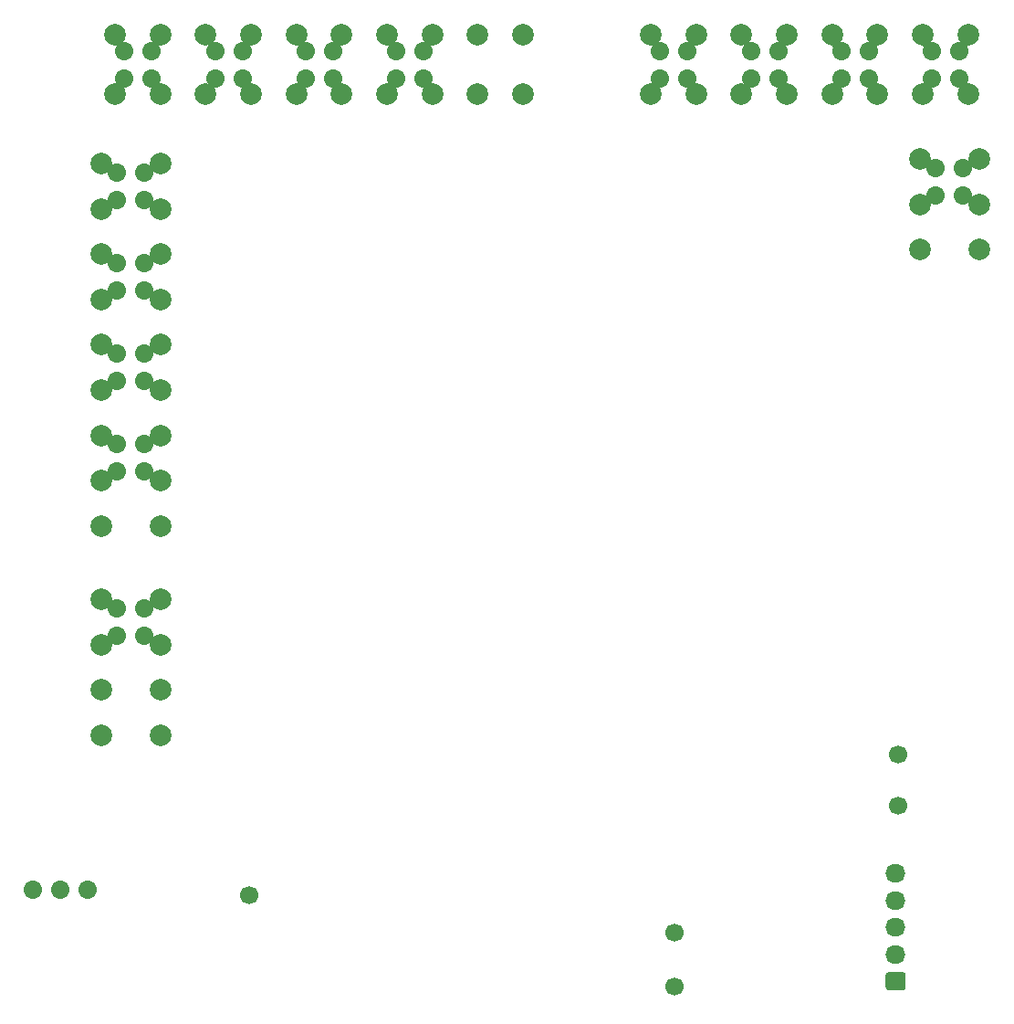
<source format=gtl>
G04 #@! TF.GenerationSoftware,KiCad,Pcbnew,7.0.10*
G04 #@! TF.CreationDate,2024-02-27T20:16:52+03:00*
G04 #@! TF.ProjectId,hellen1-uaefi,68656c6c-656e-4312-9d75-616566692e6b,rev?*
G04 #@! TF.SameCoordinates,PX55d4a80PY8f0d180*
G04 #@! TF.FileFunction,Copper,L1,Top*
G04 #@! TF.FilePolarity,Positive*
%FSLAX46Y46*%
G04 Gerber Fmt 4.6, Leading zero omitted, Abs format (unit mm)*
G04 Created by KiCad (PCBNEW 7.0.10) date 2024-02-27 20:16:52*
%MOMM*%
%LPD*%
G01*
G04 APERTURE LIST*
G04 #@! TA.AperFunction,ComponentPad*
%ADD10C,1.700000*%
G04 #@! TD*
G04 #@! TA.AperFunction,ComponentPad*
%ADD11O,1.850000X1.700000*%
G04 #@! TD*
G04 #@! TA.AperFunction,ComponentPad*
%ADD12C,2.000000*%
G04 #@! TD*
G04 #@! TA.AperFunction,ComponentPad*
%ADD13O,1.700000X1.700000*%
G04 #@! TD*
G04 #@! TA.AperFunction,Conductor*
%ADD14C,0.500000*%
G04 #@! TD*
G04 #@! TA.AperFunction,Conductor*
%ADD15C,0.200000*%
G04 #@! TD*
G04 APERTURE END LIST*
D10*
G04 #@! TO.P,M801,P18,DC2_PWM*
G04 #@! TO.N,Net-(M801-DC2_PWM)*
X23025126Y11000000D03*
G04 #@! TO.P,M801,P17,DC1_PWM*
G04 #@! TO.N,Net-(J802-Pin_1)*
X3025126Y11500000D03*
G04 #@! TO.P,M801,P16,DC2_DIR*
G04 #@! TO.N,Net-(J802-Pin_3)*
X8105126Y11500000D03*
G04 #@! TO.P,M801,P15,DC1_DIR*
G04 #@! TO.N,Net-(J802-Pin_2)*
X5565126Y11500000D03*
G04 #@! TO.P,M801,P8,Tx*
G04 #@! TO.N,Net-(M801-Tx)*
X83225126Y19300000D03*
G04 #@! TO.P,M801,P7,Rx*
G04 #@! TO.N,Net-(M801-Rx)*
X83225126Y24000000D03*
G04 #@! TO.P,M801,P4,LED_GREEN*
G04 #@! TO.N,Net-(M801-LED_GREEN)*
X62525126Y7500000D03*
G04 #@! TO.P,M801,P3,LED_YELLOW*
G04 #@! TO.N,Net-(M801-LED_YELLOW)*
X62525126Y2500000D03*
D11*
G04 #@! TO.P,M801,J5,GND*
G04 #@! TO.N,Net-(J801-Pin_5)*
X83025126Y13000000D03*
G04 #@! TO.P,M801,J4,GND*
G04 #@! TO.N,Net-(J801-Pin_4)*
X83025126Y10500000D03*
G04 #@! TO.P,M801,J3,USB+*
G04 #@! TO.N,Net-(J801-Pin_3)*
X83025126Y8000000D03*
G04 #@! TO.P,M801,J2,USB-*
G04 #@! TO.N,Net-(J801-Pin_2)*
X83025126Y5500000D03*
G04 #@! TO.P,M801,J1,VBUS*
G04 #@! TO.N,Net-(J801-Pin_1)*
G04 #@! TA.AperFunction,ComponentPad*
G36*
G01*
X83700126Y2150000D02*
X82350126Y2150000D01*
G75*
G02*
X82100126Y2400000I0J250000D01*
G01*
X82100126Y3600000D01*
G75*
G02*
X82350126Y3850000I250000J0D01*
G01*
X83700126Y3850000D01*
G75*
G02*
X83950126Y3600000I0J-250000D01*
G01*
X83950126Y2400000D01*
G75*
G02*
X83700126Y2150000I-250000J0D01*
G01*
G37*
G04 #@! TD.AperFunction*
D12*
G04 #@! TO.P,M801,E6,WBO_Vm*
G04 #@! TO.N,/WBO_Vm*
X85250126Y70800000D03*
D10*
G04 #@! TO.P,M801,E5,WBO_Ip*
G04 #@! TO.N,/WBO_Ip*
X86750126Y75850000D03*
D12*
X85250126Y75000000D03*
D10*
G04 #@! TO.P,M801,E4,WBO_Un*
G04 #@! TO.N,/WBO_Un*
X86750126Y78390000D03*
D12*
X85250126Y79200000D03*
G04 #@! TO.P,M801,E3,WBO_Heater*
G04 #@! TO.N,/WBO_Heater*
X90750126Y70800000D03*
G04 #@! TO.P,M801,E2,WBO_Rtrim*
G04 #@! TO.N,/WBO_Rtrim*
X90750126Y75000000D03*
D10*
X89290126Y75850000D03*
D12*
G04 #@! TO.P,M801,E1,+12V_RAW*
G04 #@! TO.N,/WBO_12V*
X90750126Y79200000D03*
D10*
X89290126Y78390000D03*
D12*
G04 #@! TO.P,M801,D16,IN_CLT*
G04 #@! TO.N,/IN_CLT*
X89725126Y85225000D03*
D10*
X88915126Y86685000D03*
G04 #@! TO.P,M801,D15,IN_IAT*
G04 #@! TO.N,/IN_IAT*
X86375126Y86685000D03*
D12*
X85525126Y85225000D03*
G04 #@! TO.P,M801,D14,IN_KNOCK_RAW*
G04 #@! TO.N,/IN_KNOCK_RAW*
X81325126Y85225000D03*
D10*
X80515126Y86685000D03*
G04 #@! TO.P,M801,D13,IN_TPS1*
G04 #@! TO.N,/IN_TPS1*
X77975126Y86685000D03*
D12*
X77125126Y85225000D03*
G04 #@! TO.P,M801,D12,GNDA*
G04 #@! TO.N,/GNDA_D12*
X72925126Y85225000D03*
D10*
X72115126Y86685000D03*
G04 #@! TO.P,M801,D11,GNDA*
G04 #@! TO.N,/GNDA_D11*
X69575126Y86685000D03*
D12*
X68725126Y85225000D03*
G04 #@! TO.P,M801,D10,IN_BUTTON2*
G04 #@! TO.N,/IN_BUTTON2*
X64525126Y85225000D03*
D10*
X63715126Y86685000D03*
G04 #@! TO.P,M801,D9,IN_MAP*
G04 #@! TO.N,/IN_MAP*
X61175126Y86685000D03*
D12*
X60325126Y85225000D03*
G04 #@! TO.P,M801,D8,CAN-*
G04 #@! TO.N,/CAN-*
X89725126Y90725000D03*
D10*
X88915126Y89225000D03*
G04 #@! TO.P,M801,D7,CAN+*
G04 #@! TO.N,/CAN+*
X86375126Y89225000D03*
D12*
X85525126Y90725000D03*
G04 #@! TO.P,M801,D6,IN_PPS1*
G04 #@! TO.N,/IN_PPS1*
X81325126Y90725000D03*
D10*
X80515126Y89225000D03*
G04 #@! TO.P,M801,D5,IN_FLEX*
G04 #@! TO.N,/IN_FLEX*
X77975126Y89225000D03*
D12*
X77125126Y90725000D03*
G04 #@! TO.P,M801,D4,+5VP*
G04 #@! TO.N,/5VP_D4*
X72925126Y90725000D03*
D10*
X72115126Y89225000D03*
G04 #@! TO.P,M801,D3,+5VP*
G04 #@! TO.N,/5VP_D3*
X69575126Y89225000D03*
D12*
X68725126Y90725000D03*
G04 #@! TO.P,M801,D2,IN_BUTTON1*
G04 #@! TO.N,/IN_BUTTON1*
X64525126Y90725000D03*
D10*
X63715126Y89225000D03*
G04 #@! TO.P,M801,D1,IN_AUX1*
G04 #@! TO.N,/IN_AUX1*
X61175126Y89225000D03*
D12*
X60325126Y90725000D03*
G04 #@! TO.P,M801,C20,EGT-*
G04 #@! TO.N,/EGT-*
X48425126Y85225000D03*
G04 #@! TO.P,M801,C19,VR_DISCRETE-*
G04 #@! TO.N,/VR1-*
X44225126Y85225000D03*
G04 #@! TO.P,M801,C18,VR_DISCRETE+*
G04 #@! TO.N,/VR1+*
X40025126Y85225000D03*
D10*
X39215126Y86685000D03*
G04 #@! TO.P,M801,C17,VR_MAX9924-*
G04 #@! TO.N,/VR2-*
X36675126Y86685000D03*
D12*
X35825126Y85225000D03*
G04 #@! TO.P,M801,C16,VR_MAX9924+*
G04 #@! TO.N,/VR2+*
X31625126Y85225000D03*
D10*
X30815126Y86685000D03*
G04 #@! TO.P,M801,C15,IN_AUX3*
G04 #@! TO.N,/IN_AUX3*
X28275126Y86685000D03*
D12*
X27425126Y85225000D03*
G04 #@! TO.P,M801,C14,IN_TPS2*
G04 #@! TO.N,/IN_TPS2*
X23225126Y85225000D03*
D10*
X22415126Y86685000D03*
G04 #@! TO.P,M801,C13,GNDA*
G04 #@! TO.N,/GNDA_C13*
X19875126Y86685000D03*
D12*
X19025126Y85225000D03*
G04 #@! TO.P,M801,C12,GNDA*
G04 #@! TO.N,/GNDA_C12*
X14825126Y85225000D03*
D10*
X14015126Y86685000D03*
G04 #@! TO.P,M801,C11,GNDA*
G04 #@! TO.N,/GNDA_C11*
X11475126Y86685000D03*
D12*
X10625126Y85225000D03*
G04 #@! TO.P,M801,C10,EGT+*
G04 #@! TO.N,/EGT+*
X48425126Y90725000D03*
G04 #@! TO.P,M801,C9,IN_BUTTON3*
G04 #@! TO.N,/IN_BUTTON3*
X44225126Y90725000D03*
G04 #@! TO.P,M801,C8,GND*
G04 #@! TO.N,/GND_C8*
X40025126Y90725000D03*
D10*
X39215126Y89225000D03*
G04 #@! TO.P,M801,C7,IN_HALL3*
G04 #@! TO.N,/IN_HALL3*
X36675126Y89225000D03*
D12*
X35825126Y90725000D03*
G04 #@! TO.P,M801,C6,IN_HALL2*
G04 #@! TO.N,/IN_HALL2*
X31625126Y90725000D03*
D10*
X30815126Y89225000D03*
G04 #@! TO.P,M801,C5,IN_HALL1*
G04 #@! TO.N,/IN_HALL1*
X28275126Y89225000D03*
D12*
X27425126Y90725000D03*
G04 #@! TO.P,M801,C4,IN_PPS2*
G04 #@! TO.N,/IN_PPS2*
X23225126Y90725000D03*
D10*
X22415126Y89225000D03*
G04 #@! TO.P,M801,C3,IN_AUX2*
G04 #@! TO.N,/IN_AUX2*
X19875126Y89225000D03*
D12*
X19025126Y90725000D03*
G04 #@! TO.P,M801,C2,+5VP*
G04 #@! TO.N,/5VP_C2*
X14825126Y90725000D03*
D10*
X14015126Y89225000D03*
G04 #@! TO.P,M801,C1,+5VP*
G04 #@! TO.N,/5VP_C1*
X11475126Y89225000D03*
D12*
X10625126Y90725000D03*
G04 #@! TO.P,M801,B18,OUT_LS2*
G04 #@! TO.N,/OUT_LS2*
X14800126Y78800000D03*
D10*
X13340126Y77990000D03*
D12*
G04 #@! TO.P,M801,B17,OUT_LS3*
G04 #@! TO.N,/OUT_LS3*
X14800126Y74600000D03*
D10*
X13340126Y75450000D03*
D12*
G04 #@! TO.P,M801,B16,OUT_LS4*
G04 #@! TO.N,/OUT_LS4*
X14800126Y70400000D03*
D10*
X13340126Y69590000D03*
D12*
G04 #@! TO.P,M801,B15,OUT_IGN1*
G04 #@! TO.N,/OUT_IGN1*
X14800126Y66200000D03*
D10*
X13340126Y67050000D03*
D12*
G04 #@! TO.P,M801,B14,OUT_IGN2*
G04 #@! TO.N,/OUT_IGN2*
X14800126Y62000000D03*
D10*
X13340126Y61190000D03*
D12*
G04 #@! TO.P,M801,B13,OUT_IGN5*
G04 #@! TO.N,/OUT_IGN5*
X14800126Y57800000D03*
D10*
X13340126Y58650000D03*
D12*
G04 #@! TO.P,M801,B12,OUT_IGN3*
G04 #@! TO.N,/OUT_IGN3*
X14800126Y53600000D03*
D10*
X13340126Y52790000D03*
D12*
G04 #@! TO.P,M801,B11,OUT_IGN4*
G04 #@! TO.N,/OUT_IGN4*
X14800126Y49400000D03*
D10*
X13340126Y50250000D03*
D12*
G04 #@! TO.P,M801,B10,OUT_IGN6*
G04 #@! TO.N,/OUT_IGN6*
X14800126Y45200000D03*
D10*
G04 #@! TO.P,M801,B9,OUT_LS_WEAK1*
G04 #@! TO.N,/OUT_LS_HOT1*
X10800126Y77990000D03*
D12*
X9300126Y78800000D03*
D10*
G04 #@! TO.P,M801,B8,OUT_LS_WEAK2*
G04 #@! TO.N,/OUT_LS_HOT2*
X10800126Y75450000D03*
D12*
X9300126Y74600000D03*
D10*
G04 #@! TO.P,M801,B7,OUT_LS1*
G04 #@! TO.N,/OUT_LS1*
X10800126Y69590000D03*
D12*
X9300126Y70400000D03*
D10*
G04 #@! TO.P,M801,B6,OUT_INJ1*
G04 #@! TO.N,/OUT_INJ1*
X10800126Y67050000D03*
D12*
X9300126Y66200000D03*
D10*
G04 #@! TO.P,M801,B5,OUT_INJ2*
G04 #@! TO.N,/OUT_INJ2*
X10800126Y61190000D03*
D12*
X9300126Y62000000D03*
D10*
G04 #@! TO.P,M801,B4,OUT_INJ3*
G04 #@! TO.N,/OUT_INJ3*
X10800126Y58650000D03*
D12*
X9300126Y57800000D03*
D10*
G04 #@! TO.P,M801,B3,OUT_INJ4*
G04 #@! TO.N,/OUT_INJ4*
X10800126Y52790000D03*
D12*
X9300126Y53600000D03*
D10*
G04 #@! TO.P,M801,B2,OUT_INJ5*
G04 #@! TO.N,/OUT_INJ5*
X10800126Y50250000D03*
D12*
X9300126Y49400000D03*
G04 #@! TO.P,M801,B1,OUT_INJ6*
G04 #@! TO.N,/OUT_INJ6*
X9300126Y45200000D03*
G04 #@! TO.P,M801,A8,IN_V_MAIN*
G04 #@! TO.N,/12V*
X14800126Y38400000D03*
D10*
X13340126Y37590000D03*
D12*
G04 #@! TO.P,M801,A7,IN_VIGN*
G04 #@! TO.N,/12V_KEY*
X14800126Y34200000D03*
D10*
X13340126Y35050000D03*
D12*
G04 #@! TO.P,M801,A6,OUT_DC2+*
G04 #@! TO.N,/OUT_DC2+*
X14800126Y30000000D03*
G04 #@! TO.P,M801,A5,OUT_DC1+*
G04 #@! TO.N,/OUT_DC1+*
X14800126Y25800000D03*
D10*
G04 #@! TO.P,M801,A4,GND*
G04 #@! TO.N,/GND_A4*
X10800126Y37590000D03*
D12*
X9300126Y38400000D03*
D10*
G04 #@! TO.P,M801,A3,GND*
G04 #@! TO.N,/GND_A3*
X10800126Y35050000D03*
D12*
X9300126Y34200000D03*
G04 #@! TO.P,M801,A2,OUT_DC2-*
G04 #@! TO.N,/OUT_DC2-*
X9300126Y30000000D03*
G04 #@! TO.P,M801,A1,OUT_DC1-*
G04 #@! TO.N,/OUT_DC1-*
X9300126Y25800000D03*
G04 #@! TD*
G04 #@! TO.P,P809,1,Pin_1*
G04 #@! TO.N,/GND_A4*
X9300126Y38400000D03*
G04 #@! TD*
D13*
G04 #@! TO.P,J805,1,Pin_1*
G04 #@! TO.N,/5VP_D3*
X69575126Y89225000D03*
G04 #@! TO.P,J805,2,Pin_2*
G04 #@! TO.N,/5VP_D4*
X72115126Y89225000D03*
G04 #@! TO.P,J805,3,Pin_3*
G04 #@! TO.N,/GNDA_D11*
X69575126Y86685000D03*
G04 #@! TO.P,J805,4,Pin_4*
G04 #@! TO.N,/GNDA_D12*
X72115126Y86685000D03*
G04 #@! TD*
D12*
G04 #@! TO.P,P825,1,Pin_1*
G04 #@! TO.N,/OUT_IGN3*
X14800126Y53600000D03*
G04 #@! TD*
G04 #@! TO.P,P859,1,Pin_1*
G04 #@! TO.N,/CAN-*
X89725126Y90725000D03*
G04 #@! TD*
G04 #@! TO.P,P824,1,Pin_1*
G04 #@! TO.N,/OUT_IGN4*
X14800126Y49400000D03*
G04 #@! TD*
G04 #@! TO.P,P834,1,Pin_1*
G04 #@! TO.N,/IN_AUX2*
X19025126Y90725000D03*
G04 #@! TD*
G04 #@! TO.P,P819,1,Pin_1*
G04 #@! TO.N,/OUT_INJ1*
X9300126Y66200000D03*
G04 #@! TD*
G04 #@! TO.P,P852,1,Pin_1*
G04 #@! TO.N,/IN_AUX1*
X60325126Y90725000D03*
G04 #@! TD*
G04 #@! TO.P,P867,1,Pin_1*
G04 #@! TO.N,/IN_CLT*
X89725126Y85225000D03*
G04 #@! TD*
G04 #@! TO.P,P818,1,Pin_1*
G04 #@! TO.N,/OUT_INJ2*
X9300126Y62000000D03*
G04 #@! TD*
G04 #@! TO.P,P817,1,Pin_1*
G04 #@! TO.N,/OUT_INJ3*
X9300126Y57800000D03*
G04 #@! TD*
G04 #@! TO.P,P841,1,Pin_1*
G04 #@! TO.N,/EGT+*
X48425126Y90725000D03*
G04 #@! TD*
G04 #@! TO.P,P872,1,Pin_1*
G04 #@! TO.N,/WBO_Ip*
X85250126Y75000000D03*
G04 #@! TD*
G04 #@! TO.P,P857,1,Pin_1*
G04 #@! TO.N,/IN_PPS1*
X81325126Y90725000D03*
G04 #@! TD*
G04 #@! TO.P,P840,1,Pin_1*
G04 #@! TO.N,/IN_BUTTON3*
X44225126Y90725000D03*
G04 #@! TD*
G04 #@! TO.P,P837,1,Pin_1*
G04 #@! TO.N,/IN_HALL2*
X31625126Y90725000D03*
G04 #@! TD*
G04 #@! TO.P,P822,1,Pin_1*
G04 #@! TO.N,/OUT_LS_HOT1*
X9300126Y78800000D03*
G04 #@! TD*
G04 #@! TO.P,P870,1,Pin_1*
G04 #@! TO.N,/WBO_Heater*
X90750126Y70800000D03*
G04 #@! TD*
D10*
G04 #@! TO.P,P802,1,Pin_1*
G04 #@! TO.N,Net-(M801-Tx)*
X83225126Y19300000D03*
G04 #@! TD*
D13*
G04 #@! TO.P,J815,1,Pin_1*
G04 #@! TO.N,/IN_HALL3*
X36675126Y89225000D03*
G04 #@! TO.P,J815,2,Pin_2*
G04 #@! TO.N,/GND_C8*
X39215126Y89225000D03*
G04 #@! TO.P,J815,3,Pin_3*
G04 #@! TO.N,/VR2-*
X36675126Y86685000D03*
G04 #@! TO.P,J815,4,Pin_4*
G04 #@! TO.N,/VR1+*
X39215126Y86685000D03*
G04 #@! TD*
D12*
G04 #@! TO.P,P865,1,Pin_1*
G04 #@! TO.N,/IN_KNOCK_RAW*
X81325126Y85225000D03*
G04 #@! TD*
G04 #@! TO.P,P835,1,Pin_1*
G04 #@! TO.N,/IN_PPS2*
X23225126Y90725000D03*
G04 #@! TD*
D10*
G04 #@! TO.P,P801,1,Pin_1*
G04 #@! TO.N,Net-(M801-Rx)*
X83225126Y24000000D03*
G04 #@! TD*
D12*
G04 #@! TO.P,P816,1,Pin_1*
G04 #@! TO.N,/OUT_INJ4*
X9300126Y53600000D03*
G04 #@! TD*
G04 #@! TO.P,P838,1,Pin_1*
G04 #@! TO.N,/IN_HALL3*
X35825126Y90725000D03*
G04 #@! TD*
G04 #@! TO.P,P848,1,Pin_1*
G04 #@! TO.N,/VR2-*
X35825126Y85225000D03*
G04 #@! TD*
G04 #@! TO.P,P866,1,Pin_1*
G04 #@! TO.N,/IN_IAT*
X85525126Y85225000D03*
G04 #@! TD*
G04 #@! TO.P,P813,1,Pin_1*
G04 #@! TO.N,/12V*
X14800126Y38400000D03*
G04 #@! TD*
D13*
G04 #@! TO.P,J806,1,Pin_1*
G04 #@! TO.N,/OUT_LS_HOT1*
X10800126Y77990000D03*
G04 #@! TO.P,J806,2,Pin_2*
G04 #@! TO.N,/OUT_LS2*
X13340126Y77990000D03*
G04 #@! TO.P,J806,3,Pin_3*
G04 #@! TO.N,/OUT_LS_HOT2*
X10800126Y75450000D03*
G04 #@! TO.P,J806,4,Pin_4*
G04 #@! TO.N,/OUT_LS3*
X13340126Y75450000D03*
G04 #@! TD*
D12*
G04 #@! TO.P,P830,1,Pin_1*
G04 #@! TO.N,/OUT_LS3*
X14800126Y74600000D03*
G04 #@! TD*
G04 #@! TO.P,P853,1,Pin_1*
G04 #@! TO.N,/IN_BUTTON1*
X64525126Y90725000D03*
G04 #@! TD*
G04 #@! TO.P,P854,1,Pin_1*
G04 #@! TO.N,/5VP_D3*
X68725126Y90725000D03*
G04 #@! TD*
D13*
G04 #@! TO.P,J816,1,Pin_1*
G04 #@! TO.N,/OUT_INJ4*
X10800126Y52790000D03*
G04 #@! TO.P,J816,2,Pin_2*
G04 #@! TO.N,/OUT_IGN3*
X13340126Y52790000D03*
G04 #@! TO.P,J816,3,Pin_3*
G04 #@! TO.N,/OUT_INJ5*
X10800126Y50250000D03*
G04 #@! TO.P,J816,4,Pin_4*
G04 #@! TO.N,/OUT_IGN4*
X13340126Y50250000D03*
G04 #@! TD*
G04 #@! TO.P,J801,1,Pin_1*
G04 #@! TO.N,Net-(J801-Pin_1)*
G04 #@! TA.AperFunction,ComponentPad*
G36*
G01*
X83700126Y2150000D02*
X82350126Y2150000D01*
G75*
G02*
X82100126Y2400000I0J250000D01*
G01*
X82100126Y3600000D01*
G75*
G02*
X82350126Y3850000I250000J0D01*
G01*
X83700126Y3850000D01*
G75*
G02*
X83950126Y3600000I0J-250000D01*
G01*
X83950126Y2400000D01*
G75*
G02*
X83700126Y2150000I-250000J0D01*
G01*
G37*
G04 #@! TD.AperFunction*
D11*
G04 #@! TO.P,J801,2,Pin_2*
G04 #@! TO.N,Net-(J801-Pin_2)*
X83025126Y5500000D03*
G04 #@! TO.P,J801,3,Pin_3*
G04 #@! TO.N,Net-(J801-Pin_3)*
X83025126Y8000000D03*
G04 #@! TO.P,J801,4,Pin_4*
G04 #@! TO.N,Net-(J801-Pin_4)*
X83025126Y10500000D03*
G04 #@! TO.P,J801,5,Pin_5*
G04 #@! TO.N,Net-(J801-Pin_5)*
X83025126Y13000000D03*
G04 #@! TD*
D13*
G04 #@! TO.P,J809,1,Pin_1*
G04 #@! TO.N,/OUT_LS1*
X10800126Y69590000D03*
G04 #@! TO.P,J809,2,Pin_2*
G04 #@! TO.N,/OUT_LS4*
X13340126Y69590000D03*
G04 #@! TO.P,J809,3,Pin_3*
G04 #@! TO.N,/OUT_INJ1*
X10800126Y67050000D03*
G04 #@! TO.P,J809,4,Pin_4*
G04 #@! TO.N,/OUT_IGN1*
X13340126Y67050000D03*
G04 #@! TD*
D12*
G04 #@! TO.P,P861,1,Pin_1*
G04 #@! TO.N,/IN_BUTTON2*
X64525126Y85225000D03*
G04 #@! TD*
G04 #@! TO.P,P864,1,Pin_1*
G04 #@! TO.N,/IN_TPS1*
X77125126Y85225000D03*
G04 #@! TD*
G04 #@! TO.P,P855,1,Pin_1*
G04 #@! TO.N,/5VP_D4*
X72925126Y90725000D03*
G04 #@! TD*
G04 #@! TO.P,P811,1,Pin_1*
G04 #@! TO.N,/OUT_DC2+*
X14800126Y30000000D03*
G04 #@! TD*
G04 #@! TO.P,P849,1,Pin_1*
G04 #@! TO.N,/VR1+*
X40025126Y85225000D03*
G04 #@! TD*
G04 #@! TO.P,P828,1,Pin_1*
G04 #@! TO.N,/OUT_IGN1*
X14800126Y66200000D03*
G04 #@! TD*
G04 #@! TO.P,P860,1,Pin_1*
G04 #@! TO.N,/IN_MAP*
X60325126Y85225000D03*
G04 #@! TD*
D13*
G04 #@! TO.P,J814,1,Pin_1*
G04 #@! TO.N,/CAN+*
X86375126Y89225000D03*
G04 #@! TO.P,J814,2,Pin_2*
G04 #@! TO.N,/CAN-*
X88915126Y89225000D03*
G04 #@! TO.P,J814,3,Pin_3*
G04 #@! TO.N,/IN_IAT*
X86375126Y86685000D03*
G04 #@! TO.P,J814,4,Pin_4*
G04 #@! TO.N,/IN_CLT*
X88915126Y86685000D03*
G04 #@! TD*
D12*
G04 #@! TO.P,P807,1,Pin_1*
G04 #@! TO.N,/OUT_DC2-*
X9300126Y30000000D03*
G04 #@! TD*
G04 #@! TO.P,P832,1,Pin_1*
G04 #@! TO.N,/5VP_C1*
X10625126Y90725000D03*
G04 #@! TD*
D13*
G04 #@! TO.P,J812,1,Pin_1*
G04 #@! TO.N,/WBO_Un*
X86750126Y78390000D03*
G04 #@! TO.P,J812,2,Pin_2*
G04 #@! TO.N,/WBO_12V*
X89290126Y78390000D03*
G04 #@! TO.P,J812,3,Pin_3*
G04 #@! TO.N,/WBO_Ip*
X86750126Y75850000D03*
G04 #@! TO.P,J812,4,Pin_4*
G04 #@! TO.N,/WBO_Rtrim*
X89290126Y75850000D03*
G04 #@! TD*
D12*
G04 #@! TO.P,P871,1,Pin_1*
G04 #@! TO.N,/WBO_Un*
X85250126Y79200000D03*
G04 #@! TD*
G04 #@! TO.P,P863,1,Pin_1*
G04 #@! TO.N,/GNDA_D12*
X72925126Y85225000D03*
G04 #@! TD*
G04 #@! TO.P,P820,1,Pin_1*
G04 #@! TO.N,/OUT_LS1*
X9300126Y70400000D03*
G04 #@! TD*
G04 #@! TO.P,P844,1,Pin_1*
G04 #@! TO.N,/GNDA_C13*
X19025126Y85225000D03*
G04 #@! TD*
D13*
G04 #@! TO.P,J804,1,Pin_1*
G04 #@! TO.N,/IN_AUX1*
X61175126Y89225000D03*
G04 #@! TO.P,J804,2,Pin_2*
G04 #@! TO.N,/IN_BUTTON1*
X63715126Y89225000D03*
G04 #@! TO.P,J804,3,Pin_3*
G04 #@! TO.N,/IN_MAP*
X61175126Y86685000D03*
G04 #@! TO.P,J804,4,Pin_4*
G04 #@! TO.N,/IN_BUTTON2*
X63715126Y86685000D03*
G04 #@! TD*
D10*
G04 #@! TO.P,P804,1,Pin_1*
G04 #@! TO.N,Net-(M801-LED_GREEN)*
X62525126Y7500000D03*
G04 #@! TD*
D13*
G04 #@! TO.P,J803,1,Pin_1*
G04 #@! TO.N,/GND_A4*
X10800126Y37590000D03*
G04 #@! TO.P,J803,2,Pin_2*
G04 #@! TO.N,/12V*
X13340126Y37590000D03*
G04 #@! TO.P,J803,3,Pin_3*
G04 #@! TO.N,/GND_A3*
X10800126Y35050000D03*
G04 #@! TO.P,J803,4,Pin_4*
G04 #@! TO.N,/12V_KEY*
X13340126Y35050000D03*
G04 #@! TD*
D12*
G04 #@! TO.P,P847,1,Pin_1*
G04 #@! TO.N,/VR2+*
X31625126Y85225000D03*
G04 #@! TD*
G04 #@! TO.P,P808,1,Pin_1*
G04 #@! TO.N,/GND_A3*
X9300126Y34200000D03*
G04 #@! TD*
D13*
G04 #@! TO.P,J802,1,Pin_1*
G04 #@! TO.N,Net-(J802-Pin_1)*
X3025126Y11500000D03*
G04 #@! TO.P,J802,2,Pin_2*
G04 #@! TO.N,Net-(J802-Pin_2)*
X5565126Y11500000D03*
G04 #@! TO.P,J802,3,Pin_3*
G04 #@! TO.N,Net-(J802-Pin_3)*
X8105126Y11500000D03*
G04 #@! TD*
G04 #@! TO.P,J807,1,Pin_1*
G04 #@! TO.N,/5VP_C1*
X11475126Y89225000D03*
G04 #@! TO.P,J807,2,Pin_2*
G04 #@! TO.N,/5VP_C2*
X14015126Y89225000D03*
G04 #@! TO.P,J807,3,Pin_3*
G04 #@! TO.N,/GNDA_C11*
X11475126Y86685000D03*
G04 #@! TO.P,J807,4,Pin_4*
G04 #@! TO.N,/GNDA_C12*
X14015126Y86685000D03*
G04 #@! TD*
D12*
G04 #@! TO.P,P831,1,Pin_1*
G04 #@! TO.N,/OUT_LS2*
X14800126Y78800000D03*
G04 #@! TD*
G04 #@! TO.P,P814,1,Pin_1*
G04 #@! TO.N,/OUT_INJ6*
X9300126Y45200000D03*
G04 #@! TD*
G04 #@! TO.P,P858,1,Pin_1*
G04 #@! TO.N,/CAN+*
X85525126Y90725000D03*
G04 #@! TD*
G04 #@! TO.P,P869,1,Pin_1*
G04 #@! TO.N,/WBO_Rtrim*
X90750126Y75000000D03*
G04 #@! TD*
D10*
G04 #@! TO.P,P805,1,Pin_1*
G04 #@! TO.N,Net-(M801-DC2_PWM)*
X23025126Y11000000D03*
G04 #@! TD*
D12*
G04 #@! TO.P,P846,1,Pin_1*
G04 #@! TO.N,/IN_AUX3*
X27425126Y85225000D03*
G04 #@! TD*
G04 #@! TO.P,P868,1,Pin_1*
G04 #@! TO.N,/WBO_12V*
X90750126Y79200000D03*
G04 #@! TD*
G04 #@! TO.P,P812,1,Pin_1*
G04 #@! TO.N,/12V_KEY*
X14800126Y34200000D03*
G04 #@! TD*
G04 #@! TO.P,P839,1,Pin_1*
G04 #@! TO.N,/GND_C8*
X40025126Y90725000D03*
G04 #@! TD*
G04 #@! TO.P,P850,1,Pin_1*
G04 #@! TO.N,/VR1-*
X44225126Y85225000D03*
G04 #@! TD*
D13*
G04 #@! TO.P,J811,1,Pin_1*
G04 #@! TO.N,/IN_HALL1*
X28275126Y89225000D03*
G04 #@! TO.P,J811,2,Pin_2*
G04 #@! TO.N,/IN_HALL2*
X30815126Y89225000D03*
G04 #@! TO.P,J811,3,Pin_3*
G04 #@! TO.N,/IN_AUX3*
X28275126Y86685000D03*
G04 #@! TO.P,J811,4,Pin_4*
G04 #@! TO.N,/VR2+*
X30815126Y86685000D03*
G04 #@! TD*
G04 #@! TO.P,J810,1,Pin_1*
G04 #@! TO.N,/IN_FLEX*
X77975126Y89225000D03*
G04 #@! TO.P,J810,2,Pin_2*
G04 #@! TO.N,/IN_PPS1*
X80515126Y89225000D03*
G04 #@! TO.P,J810,3,Pin_3*
G04 #@! TO.N,/IN_TPS1*
X77975126Y86685000D03*
G04 #@! TO.P,J810,4,Pin_4*
G04 #@! TO.N,/IN_KNOCK_RAW*
X80515126Y86685000D03*
G04 #@! TD*
G04 #@! TO.P,J808,1,Pin_1*
G04 #@! TO.N,/IN_AUX2*
X19875126Y89225000D03*
G04 #@! TO.P,J808,2,Pin_2*
G04 #@! TO.N,/IN_PPS2*
X22415126Y89225000D03*
G04 #@! TO.P,J808,3,Pin_3*
G04 #@! TO.N,/GNDA_C13*
X19875126Y86685000D03*
G04 #@! TO.P,J808,4,Pin_4*
G04 #@! TO.N,/IN_TPS2*
X22415126Y86685000D03*
G04 #@! TD*
D12*
G04 #@! TO.P,P827,1,Pin_1*
G04 #@! TO.N,/OUT_IGN2*
X14800126Y62000000D03*
G04 #@! TD*
G04 #@! TO.P,P833,1,Pin_1*
G04 #@! TO.N,/5VP_C2*
X14825126Y90725000D03*
G04 #@! TD*
G04 #@! TO.P,P821,1,Pin_1*
G04 #@! TO.N,/OUT_LS_HOT2*
X9300126Y74600000D03*
G04 #@! TD*
G04 #@! TO.P,P806,1,Pin_1*
G04 #@! TO.N,/OUT_DC1-*
X9300126Y25800000D03*
G04 #@! TD*
D13*
G04 #@! TO.P,J813,1,Pin_1*
G04 #@! TO.N,/OUT_INJ2*
X10800126Y61190000D03*
G04 #@! TO.P,J813,2,Pin_2*
G04 #@! TO.N,/OUT_IGN2*
X13340126Y61190000D03*
G04 #@! TO.P,J813,3,Pin_3*
G04 #@! TO.N,/OUT_INJ3*
X10800126Y58650000D03*
G04 #@! TO.P,J813,4,Pin_4*
G04 #@! TO.N,/OUT_IGN5*
X13340126Y58650000D03*
G04 #@! TD*
D12*
G04 #@! TO.P,P842,1,Pin_1*
G04 #@! TO.N,/GNDA_C11*
X10625126Y85225000D03*
G04 #@! TD*
G04 #@! TO.P,P851,1,Pin_1*
G04 #@! TO.N,/EGT-*
X48425126Y85225000D03*
G04 #@! TD*
G04 #@! TO.P,P856,1,Pin_1*
G04 #@! TO.N,/IN_FLEX*
X77125126Y90725000D03*
G04 #@! TD*
D10*
G04 #@! TO.P,P803,1,Pin_1*
G04 #@! TO.N,Net-(M801-LED_YELLOW)*
X62525126Y2500000D03*
G04 #@! TD*
D12*
G04 #@! TO.P,P845,1,Pin_1*
G04 #@! TO.N,/IN_TPS2*
X23225126Y85225000D03*
G04 #@! TD*
G04 #@! TO.P,P836,1,Pin_1*
G04 #@! TO.N,/IN_HALL1*
X27425126Y90725000D03*
G04 #@! TD*
G04 #@! TO.P,P843,1,Pin_1*
G04 #@! TO.N,/GNDA_C12*
X14825126Y85225000D03*
G04 #@! TD*
G04 #@! TO.P,P826,1,Pin_1*
G04 #@! TO.N,/OUT_IGN5*
X14800126Y57800000D03*
G04 #@! TD*
G04 #@! TO.P,P810,1,Pin_1*
G04 #@! TO.N,/OUT_DC1+*
X14800126Y25800000D03*
G04 #@! TD*
G04 #@! TO.P,P873,1,Pin_1*
G04 #@! TO.N,/WBO_Vm*
X85250126Y70800000D03*
G04 #@! TD*
G04 #@! TO.P,P829,1,Pin_1*
G04 #@! TO.N,/OUT_LS4*
X14800126Y70400000D03*
G04 #@! TD*
G04 #@! TO.P,P815,1,Pin_1*
G04 #@! TO.N,/OUT_INJ5*
X9300126Y49400000D03*
G04 #@! TD*
G04 #@! TO.P,P862,1,Pin_1*
G04 #@! TO.N,/GNDA_D11*
X68725126Y85225000D03*
G04 #@! TD*
G04 #@! TO.P,P823,1,Pin_1*
G04 #@! TO.N,/OUT_IGN6*
X14800126Y45200000D03*
G04 #@! TD*
D14*
G04 #@! TO.N,/IN_PPS1*
X81032233Y89767107D02*
X80452563Y89187437D01*
X81325126Y90725000D02*
X81325126Y90474214D01*
X81032245Y89767095D02*
G75*
G03*
X81325126Y90474214I-707145J707105D01*
G01*
G04 #@! TO.N,/IN_FLEX*
X77125126Y90725000D02*
X77125126Y90389088D01*
X77418019Y89681981D02*
X77912563Y89187437D01*
X77125110Y90389088D02*
G75*
G03*
X77418019Y89681981I999990J12D01*
G01*
D15*
G04 #@! TO.N,/IN_KNOCK_RAW*
X81325126Y85225000D02*
X81325126Y85774874D01*
X81325126Y85774874D02*
X80452563Y86647437D01*
G04 #@! TO.N,/IN_TPS1*
X77125126Y85860000D02*
X77912563Y86647437D01*
X77125126Y85225000D02*
X77125126Y85860000D01*
D14*
G04 #@! TO.N,/CAN-*
X89432233Y89707107D02*
X88912563Y89187437D01*
X89725126Y90725000D02*
X89725126Y90414214D01*
X89432245Y89707095D02*
G75*
G03*
X89725126Y90414214I-707145J707105D01*
G01*
G04 #@! TO.N,/CAN+*
X85818019Y89741981D02*
X86372563Y89187437D01*
X85525126Y90725000D02*
X85525126Y90449088D01*
X85525110Y90449088D02*
G75*
G03*
X85818019Y89741981I999990J12D01*
G01*
D15*
G04 #@! TO.N,/IN_CLT*
X89725126Y85225000D02*
X89725126Y85834874D01*
X89725126Y85834874D02*
X88912563Y86647437D01*
G04 #@! TO.N,/IN_IAT*
X85525126Y85245000D02*
X85525126Y85800000D01*
X85525126Y85800000D02*
X86372563Y86647437D01*
G04 #@! TD*
M02*

</source>
